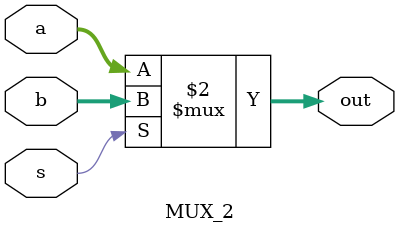
<source format=v>
module MUX_2 (input [31:0] a,b,
 input  s,
 output [31:0] out);

assign out = (s == 1'b0) ? a : b;
endmodule

</source>
